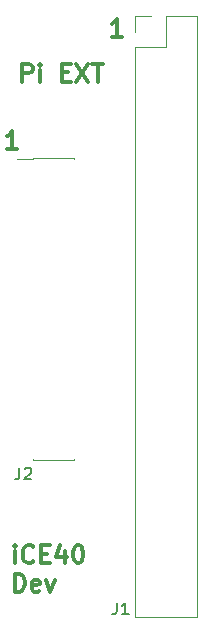
<source format=gto>
G04 #@! TF.GenerationSoftware,KiCad,Pcbnew,7.0.5-7.0.5~ubuntu23.04.1*
G04 #@! TF.CreationDate,2023-06-22T20:58:36+02:00*
G04 #@! TF.ProjectId,olimex-ice40-pi-header,6f6c696d-6578-42d6-9963-6534302d7069,rev?*
G04 #@! TF.SameCoordinates,Original*
G04 #@! TF.FileFunction,Legend,Top*
G04 #@! TF.FilePolarity,Positive*
%FSLAX46Y46*%
G04 Gerber Fmt 4.6, Leading zero omitted, Abs format (unit mm)*
G04 Created by KiCad (PCBNEW 7.0.5-7.0.5~ubuntu23.04.1) date 2023-06-22 20:58:36*
%MOMM*%
%LPD*%
G01*
G04 APERTURE LIST*
%ADD10C,0.300000*%
%ADD11C,0.150000*%
%ADD12C,0.120000*%
%ADD13R,2.400000X0.740000*%
%ADD14R,1.700000X1.700000*%
%ADD15O,1.700000X1.700000*%
G04 APERTURE END LIST*
D10*
X133420225Y-83620828D02*
X132563082Y-83620828D01*
X132991653Y-83620828D02*
X132991653Y-82120828D01*
X132991653Y-82120828D02*
X132848796Y-82335114D01*
X132848796Y-82335114D02*
X132705939Y-82477971D01*
X132705939Y-82477971D02*
X132563082Y-82549400D01*
X133269510Y-118670828D02*
X133269510Y-117670828D01*
X133269510Y-117170828D02*
X133198082Y-117242257D01*
X133198082Y-117242257D02*
X133269510Y-117313685D01*
X133269510Y-117313685D02*
X133340939Y-117242257D01*
X133340939Y-117242257D02*
X133269510Y-117170828D01*
X133269510Y-117170828D02*
X133269510Y-117313685D01*
X134840939Y-118527971D02*
X134769511Y-118599400D01*
X134769511Y-118599400D02*
X134555225Y-118670828D01*
X134555225Y-118670828D02*
X134412368Y-118670828D01*
X134412368Y-118670828D02*
X134198082Y-118599400D01*
X134198082Y-118599400D02*
X134055225Y-118456542D01*
X134055225Y-118456542D02*
X133983796Y-118313685D01*
X133983796Y-118313685D02*
X133912368Y-118027971D01*
X133912368Y-118027971D02*
X133912368Y-117813685D01*
X133912368Y-117813685D02*
X133983796Y-117527971D01*
X133983796Y-117527971D02*
X134055225Y-117385114D01*
X134055225Y-117385114D02*
X134198082Y-117242257D01*
X134198082Y-117242257D02*
X134412368Y-117170828D01*
X134412368Y-117170828D02*
X134555225Y-117170828D01*
X134555225Y-117170828D02*
X134769511Y-117242257D01*
X134769511Y-117242257D02*
X134840939Y-117313685D01*
X135483796Y-117885114D02*
X135983796Y-117885114D01*
X136198082Y-118670828D02*
X135483796Y-118670828D01*
X135483796Y-118670828D02*
X135483796Y-117170828D01*
X135483796Y-117170828D02*
X136198082Y-117170828D01*
X137483797Y-117670828D02*
X137483797Y-118670828D01*
X137126654Y-117099400D02*
X136769511Y-118170828D01*
X136769511Y-118170828D02*
X137698082Y-118170828D01*
X138555225Y-117170828D02*
X138698082Y-117170828D01*
X138698082Y-117170828D02*
X138840939Y-117242257D01*
X138840939Y-117242257D02*
X138912368Y-117313685D01*
X138912368Y-117313685D02*
X138983796Y-117456542D01*
X138983796Y-117456542D02*
X139055225Y-117742257D01*
X139055225Y-117742257D02*
X139055225Y-118099400D01*
X139055225Y-118099400D02*
X138983796Y-118385114D01*
X138983796Y-118385114D02*
X138912368Y-118527971D01*
X138912368Y-118527971D02*
X138840939Y-118599400D01*
X138840939Y-118599400D02*
X138698082Y-118670828D01*
X138698082Y-118670828D02*
X138555225Y-118670828D01*
X138555225Y-118670828D02*
X138412368Y-118599400D01*
X138412368Y-118599400D02*
X138340939Y-118527971D01*
X138340939Y-118527971D02*
X138269510Y-118385114D01*
X138269510Y-118385114D02*
X138198082Y-118099400D01*
X138198082Y-118099400D02*
X138198082Y-117742257D01*
X138198082Y-117742257D02*
X138269510Y-117456542D01*
X138269510Y-117456542D02*
X138340939Y-117313685D01*
X138340939Y-117313685D02*
X138412368Y-117242257D01*
X138412368Y-117242257D02*
X138555225Y-117170828D01*
X133269510Y-121085828D02*
X133269510Y-119585828D01*
X133269510Y-119585828D02*
X133626653Y-119585828D01*
X133626653Y-119585828D02*
X133840939Y-119657257D01*
X133840939Y-119657257D02*
X133983796Y-119800114D01*
X133983796Y-119800114D02*
X134055225Y-119942971D01*
X134055225Y-119942971D02*
X134126653Y-120228685D01*
X134126653Y-120228685D02*
X134126653Y-120442971D01*
X134126653Y-120442971D02*
X134055225Y-120728685D01*
X134055225Y-120728685D02*
X133983796Y-120871542D01*
X133983796Y-120871542D02*
X133840939Y-121014400D01*
X133840939Y-121014400D02*
X133626653Y-121085828D01*
X133626653Y-121085828D02*
X133269510Y-121085828D01*
X135340939Y-121014400D02*
X135198082Y-121085828D01*
X135198082Y-121085828D02*
X134912368Y-121085828D01*
X134912368Y-121085828D02*
X134769510Y-121014400D01*
X134769510Y-121014400D02*
X134698082Y-120871542D01*
X134698082Y-120871542D02*
X134698082Y-120300114D01*
X134698082Y-120300114D02*
X134769510Y-120157257D01*
X134769510Y-120157257D02*
X134912368Y-120085828D01*
X134912368Y-120085828D02*
X135198082Y-120085828D01*
X135198082Y-120085828D02*
X135340939Y-120157257D01*
X135340939Y-120157257D02*
X135412368Y-120300114D01*
X135412368Y-120300114D02*
X135412368Y-120442971D01*
X135412368Y-120442971D02*
X134698082Y-120585828D01*
X135912367Y-120085828D02*
X136269510Y-121085828D01*
X136269510Y-121085828D02*
X136626653Y-120085828D01*
X133904510Y-77905828D02*
X133904510Y-76405828D01*
X133904510Y-76405828D02*
X134475939Y-76405828D01*
X134475939Y-76405828D02*
X134618796Y-76477257D01*
X134618796Y-76477257D02*
X134690225Y-76548685D01*
X134690225Y-76548685D02*
X134761653Y-76691542D01*
X134761653Y-76691542D02*
X134761653Y-76905828D01*
X134761653Y-76905828D02*
X134690225Y-77048685D01*
X134690225Y-77048685D02*
X134618796Y-77120114D01*
X134618796Y-77120114D02*
X134475939Y-77191542D01*
X134475939Y-77191542D02*
X133904510Y-77191542D01*
X135404510Y-77905828D02*
X135404510Y-76905828D01*
X135404510Y-76405828D02*
X135333082Y-76477257D01*
X135333082Y-76477257D02*
X135404510Y-76548685D01*
X135404510Y-76548685D02*
X135475939Y-76477257D01*
X135475939Y-76477257D02*
X135404510Y-76405828D01*
X135404510Y-76405828D02*
X135404510Y-76548685D01*
X137261653Y-77120114D02*
X137761653Y-77120114D01*
X137975939Y-77905828D02*
X137261653Y-77905828D01*
X137261653Y-77905828D02*
X137261653Y-76405828D01*
X137261653Y-76405828D02*
X137975939Y-76405828D01*
X138475939Y-76405828D02*
X139475939Y-77905828D01*
X139475939Y-76405828D02*
X138475939Y-77905828D01*
X139833082Y-76405828D02*
X140690225Y-76405828D01*
X140261653Y-77905828D02*
X140261653Y-76405828D01*
X142310225Y-74095828D02*
X141453082Y-74095828D01*
X141881653Y-74095828D02*
X141881653Y-72595828D01*
X141881653Y-72595828D02*
X141738796Y-72810114D01*
X141738796Y-72810114D02*
X141595939Y-72952971D01*
X141595939Y-72952971D02*
X141453082Y-73024400D01*
D11*
X133651666Y-110579819D02*
X133651666Y-111294104D01*
X133651666Y-111294104D02*
X133604047Y-111436961D01*
X133604047Y-111436961D02*
X133508809Y-111532200D01*
X133508809Y-111532200D02*
X133365952Y-111579819D01*
X133365952Y-111579819D02*
X133270714Y-111579819D01*
X134080238Y-110675057D02*
X134127857Y-110627438D01*
X134127857Y-110627438D02*
X134223095Y-110579819D01*
X134223095Y-110579819D02*
X134461190Y-110579819D01*
X134461190Y-110579819D02*
X134556428Y-110627438D01*
X134556428Y-110627438D02*
X134604047Y-110675057D01*
X134604047Y-110675057D02*
X134651666Y-110770295D01*
X134651666Y-110770295D02*
X134651666Y-110865533D01*
X134651666Y-110865533D02*
X134604047Y-111008390D01*
X134604047Y-111008390D02*
X134032619Y-111579819D01*
X134032619Y-111579819D02*
X134651666Y-111579819D01*
X141906666Y-122009819D02*
X141906666Y-122724104D01*
X141906666Y-122724104D02*
X141859047Y-122866961D01*
X141859047Y-122866961D02*
X141763809Y-122962200D01*
X141763809Y-122962200D02*
X141620952Y-123009819D01*
X141620952Y-123009819D02*
X141525714Y-123009819D01*
X142906666Y-123009819D02*
X142335238Y-123009819D01*
X142620952Y-123009819D02*
X142620952Y-122009819D01*
X142620952Y-122009819D02*
X142525714Y-122152676D01*
X142525714Y-122152676D02*
X142430476Y-122247914D01*
X142430476Y-122247914D02*
X142335238Y-122295533D01*
D12*
X133435000Y-84460000D02*
X134760000Y-84460000D01*
X134760000Y-84395000D02*
X134760000Y-84460000D01*
X134760000Y-84395000D02*
X138290000Y-84395000D01*
X134760000Y-109850000D02*
X134760000Y-109915000D01*
X134760000Y-109915000D02*
X138290000Y-109915000D01*
X138290000Y-84395000D02*
X138290000Y-84460000D01*
X138290000Y-109850000D02*
X138290000Y-109915000D01*
X143450000Y-72330000D02*
X144780000Y-72330000D01*
X143450000Y-73660000D02*
X143450000Y-72330000D01*
X143450000Y-74930000D02*
X143450000Y-123250000D01*
X143450000Y-74930000D02*
X146050000Y-74930000D01*
X143450000Y-123250000D02*
X148650000Y-123250000D01*
X146050000Y-72330000D02*
X148650000Y-72330000D01*
X146050000Y-74930000D02*
X146050000Y-72330000D01*
X148650000Y-72330000D02*
X148650000Y-123250000D01*
%LPC*%
D13*
X134575000Y-85090000D03*
X138475000Y-85090000D03*
X134575000Y-86360000D03*
X138475000Y-86360000D03*
X134575000Y-87630000D03*
X138475000Y-87630000D03*
X134575000Y-88900000D03*
X138475000Y-88900000D03*
X134575000Y-90170000D03*
X138475000Y-90170000D03*
X134575000Y-91440000D03*
X138475000Y-91440000D03*
X134575000Y-92710000D03*
X138475000Y-92710000D03*
X134575000Y-93980000D03*
X138475000Y-93980000D03*
X134575000Y-95250000D03*
X138475000Y-95250000D03*
X134575000Y-96520000D03*
X138475000Y-96520000D03*
X134575000Y-97790000D03*
X138475000Y-97790000D03*
X134575000Y-99060000D03*
X138475000Y-99060000D03*
X134575000Y-100330000D03*
X138475000Y-100330000D03*
X134575000Y-101600000D03*
X138475000Y-101600000D03*
X134575000Y-102870000D03*
X138475000Y-102870000D03*
X134575000Y-104140000D03*
X138475000Y-104140000D03*
X134575000Y-105410000D03*
X138475000Y-105410000D03*
X134575000Y-106680000D03*
X138475000Y-106680000D03*
X134575000Y-107950000D03*
X138475000Y-107950000D03*
X134575000Y-109220000D03*
X138475000Y-109220000D03*
D14*
X144780000Y-73660000D03*
D15*
X147320000Y-73660000D03*
X144780000Y-76200000D03*
X147320000Y-76200000D03*
X144780000Y-78740000D03*
X147320000Y-78740000D03*
X144780000Y-81280000D03*
X147320000Y-81280000D03*
X144780000Y-83820000D03*
X147320000Y-83820000D03*
X144780000Y-86360000D03*
X147320000Y-86360000D03*
X144780000Y-88900000D03*
X147320000Y-88900000D03*
X144780000Y-91440000D03*
X147320000Y-91440000D03*
X144780000Y-93980000D03*
X147320000Y-93980000D03*
X144780000Y-96520000D03*
X147320000Y-96520000D03*
X144780000Y-99060000D03*
X147320000Y-99060000D03*
X144780000Y-101600000D03*
X147320000Y-101600000D03*
X144780000Y-104140000D03*
X147320000Y-104140000D03*
X144780000Y-106680000D03*
X147320000Y-106680000D03*
X144780000Y-109220000D03*
X147320000Y-109220000D03*
X144780000Y-111760000D03*
X147320000Y-111760000D03*
X144780000Y-114300000D03*
X147320000Y-114300000D03*
X144780000Y-116840000D03*
X147320000Y-116840000D03*
X144780000Y-119380000D03*
X147320000Y-119380000D03*
X144780000Y-121920000D03*
X147320000Y-121920000D03*
%LPD*%
M02*

</source>
